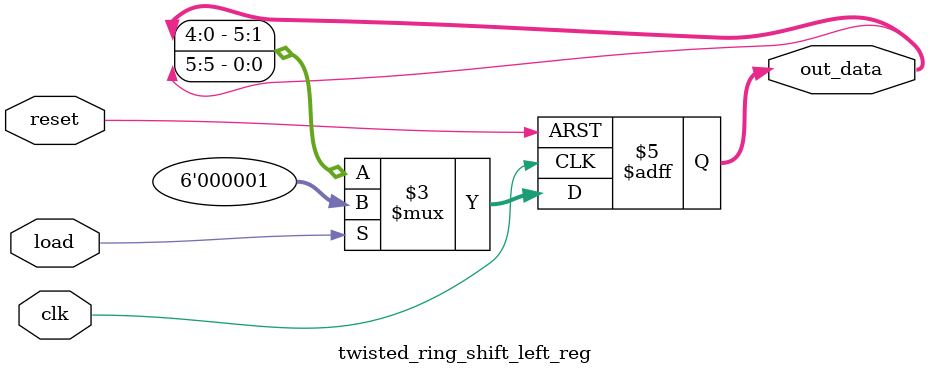
<source format=v>
module twisted_ring_shift_left_reg (
    input wire clk,
    input wire reset,
    input wire load,
    output reg [5:0] out_data
);

    always @(posedge clk or posedge reset) begin
        if (reset)
            out_data <= 6'b0;
        else if (load)
            out_data <= 6'b000001;
        else
            out_data <= {out_data[4:0], out_data[5]};
    end

endmodule

</source>
